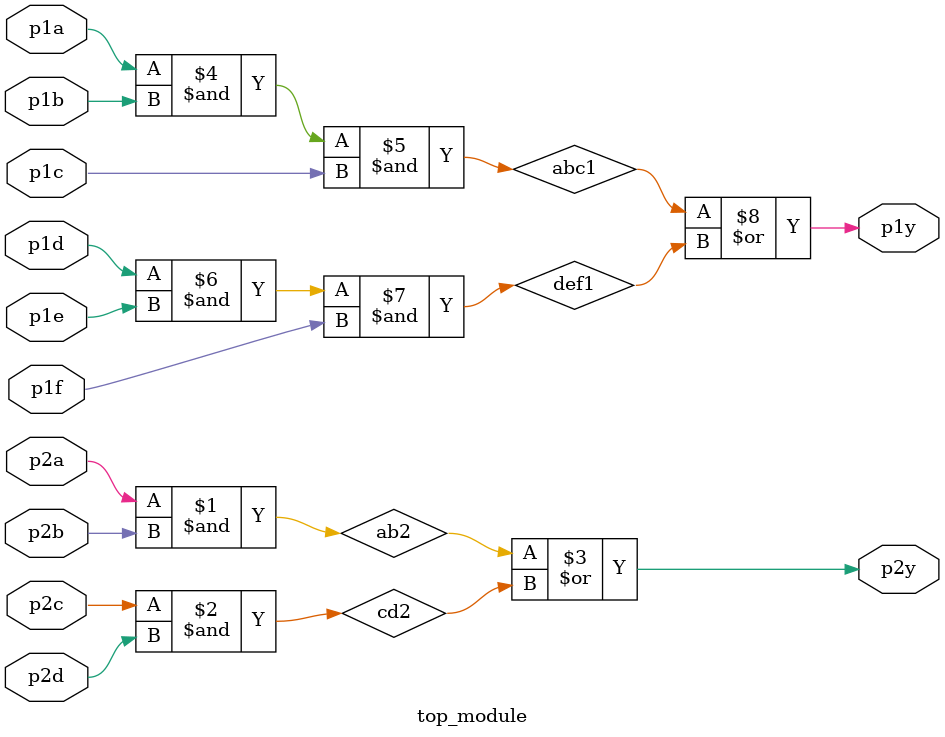
<source format=v>
module top_module ( 
    input p1a, p1b, p1c, p1d, p1e, p1f,
    output p1y,
    input p2a, p2b, p2c, p2d,
    output p2y );

    wire ab2, cd2, abc1, def1;
    
    and and1(ab2, p2a, p2b);
    and and2(cd2, p2c, p2d);
    or or1(p2y, ab2, cd2);
    
    and and3(abc1, p1a, p1b, p1c);
    and and4(def1, p1d, p1e, p1f);
    or or2(p1y, abc1, def1);
    
endmodule
</source>
